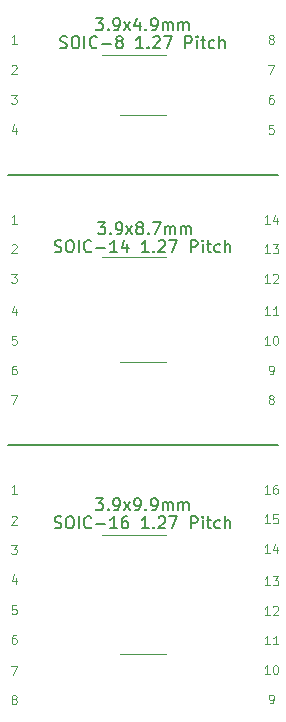
<source format=gbr>
%TF.GenerationSoftware,KiCad,Pcbnew,(6.0.5)*%
%TF.CreationDate,2022-06-25T15:42:17-04:00*%
%TF.ProjectId,Breakout_Converter,42726561-6b6f-4757-945f-436f6e766572,rev?*%
%TF.SameCoordinates,Original*%
%TF.FileFunction,Legend,Top*%
%TF.FilePolarity,Positive*%
%FSLAX46Y46*%
G04 Gerber Fmt 4.6, Leading zero omitted, Abs format (unit mm)*
G04 Created by KiCad (PCBNEW (6.0.5)) date 2022-06-25 15:42:17*
%MOMM*%
%LPD*%
G01*
G04 APERTURE LIST*
%ADD10C,0.150000*%
%ADD11C,0.125000*%
%ADD12C,0.120000*%
G04 APERTURE END LIST*
D10*
X130810000Y-62230000D02*
X153670000Y-62230000D01*
X130810000Y-85090000D02*
X153670000Y-85090000D01*
D11*
X152987142Y-91739285D02*
X152558571Y-91739285D01*
X152772857Y-91739285D02*
X152772857Y-90989285D01*
X152701428Y-91096428D01*
X152630000Y-91167857D01*
X152558571Y-91203571D01*
X153665714Y-90989285D02*
X153308571Y-90989285D01*
X153272857Y-91346428D01*
X153308571Y-91310714D01*
X153380000Y-91275000D01*
X153558571Y-91275000D01*
X153630000Y-91310714D01*
X153665714Y-91346428D01*
X153701428Y-91417857D01*
X153701428Y-91596428D01*
X153665714Y-91667857D01*
X153630000Y-91703571D01*
X153558571Y-91739285D01*
X153380000Y-91739285D01*
X153308571Y-91703571D01*
X153272857Y-91667857D01*
X152987142Y-66379285D02*
X152558571Y-66379285D01*
X152772857Y-66379285D02*
X152772857Y-65629285D01*
X152701428Y-65736428D01*
X152630000Y-65807857D01*
X152558571Y-65843571D01*
X153630000Y-65879285D02*
X153630000Y-66379285D01*
X153451428Y-65593571D02*
X153272857Y-66129285D01*
X153737142Y-66129285D01*
X152987142Y-76629285D02*
X152558571Y-76629285D01*
X152772857Y-76629285D02*
X152772857Y-75879285D01*
X152701428Y-75986428D01*
X152630000Y-76057857D01*
X152558571Y-76093571D01*
X153451428Y-75879285D02*
X153522857Y-75879285D01*
X153594285Y-75915000D01*
X153630000Y-75950714D01*
X153665714Y-76022142D01*
X153701428Y-76165000D01*
X153701428Y-76343571D01*
X153665714Y-76486428D01*
X153630000Y-76557857D01*
X153594285Y-76593571D01*
X153522857Y-76629285D01*
X153451428Y-76629285D01*
X153380000Y-76593571D01*
X153344285Y-76557857D01*
X153308571Y-76486428D01*
X153272857Y-76343571D01*
X153272857Y-76165000D01*
X153308571Y-76022142D01*
X153344285Y-75950714D01*
X153380000Y-75915000D01*
X153451428Y-75879285D01*
X131492857Y-58248773D02*
X131492857Y-58748773D01*
X131314285Y-57963059D02*
X131135714Y-58498773D01*
X131600000Y-58498773D01*
D10*
X138263809Y-89634380D02*
X138882857Y-89634380D01*
X138549523Y-90015333D01*
X138692380Y-90015333D01*
X138787619Y-90062952D01*
X138835238Y-90110571D01*
X138882857Y-90205809D01*
X138882857Y-90443904D01*
X138835238Y-90539142D01*
X138787619Y-90586761D01*
X138692380Y-90634380D01*
X138406666Y-90634380D01*
X138311428Y-90586761D01*
X138263809Y-90539142D01*
X139311428Y-90539142D02*
X139359047Y-90586761D01*
X139311428Y-90634380D01*
X139263809Y-90586761D01*
X139311428Y-90539142D01*
X139311428Y-90634380D01*
X139835238Y-90634380D02*
X140025714Y-90634380D01*
X140120952Y-90586761D01*
X140168571Y-90539142D01*
X140263809Y-90396285D01*
X140311428Y-90205809D01*
X140311428Y-89824857D01*
X140263809Y-89729619D01*
X140216190Y-89682000D01*
X140120952Y-89634380D01*
X139930476Y-89634380D01*
X139835238Y-89682000D01*
X139787619Y-89729619D01*
X139740000Y-89824857D01*
X139740000Y-90062952D01*
X139787619Y-90158190D01*
X139835238Y-90205809D01*
X139930476Y-90253428D01*
X140120952Y-90253428D01*
X140216190Y-90205809D01*
X140263809Y-90158190D01*
X140311428Y-90062952D01*
X140644761Y-90634380D02*
X141168571Y-89967714D01*
X140644761Y-89967714D02*
X141168571Y-90634380D01*
X141597142Y-90634380D02*
X141787619Y-90634380D01*
X141882857Y-90586761D01*
X141930476Y-90539142D01*
X142025714Y-90396285D01*
X142073333Y-90205809D01*
X142073333Y-89824857D01*
X142025714Y-89729619D01*
X141978095Y-89682000D01*
X141882857Y-89634380D01*
X141692380Y-89634380D01*
X141597142Y-89682000D01*
X141549523Y-89729619D01*
X141501904Y-89824857D01*
X141501904Y-90062952D01*
X141549523Y-90158190D01*
X141597142Y-90205809D01*
X141692380Y-90253428D01*
X141882857Y-90253428D01*
X141978095Y-90205809D01*
X142025714Y-90158190D01*
X142073333Y-90062952D01*
X142501904Y-90539142D02*
X142549523Y-90586761D01*
X142501904Y-90634380D01*
X142454285Y-90586761D01*
X142501904Y-90539142D01*
X142501904Y-90634380D01*
X143025714Y-90634380D02*
X143216190Y-90634380D01*
X143311428Y-90586761D01*
X143359047Y-90539142D01*
X143454285Y-90396285D01*
X143501904Y-90205809D01*
X143501904Y-89824857D01*
X143454285Y-89729619D01*
X143406666Y-89682000D01*
X143311428Y-89634380D01*
X143120952Y-89634380D01*
X143025714Y-89682000D01*
X142978095Y-89729619D01*
X142930476Y-89824857D01*
X142930476Y-90062952D01*
X142978095Y-90158190D01*
X143025714Y-90205809D01*
X143120952Y-90253428D01*
X143311428Y-90253428D01*
X143406666Y-90205809D01*
X143454285Y-90158190D01*
X143501904Y-90062952D01*
X143930476Y-90634380D02*
X143930476Y-89967714D01*
X143930476Y-90062952D02*
X143978095Y-90015333D01*
X144073333Y-89967714D01*
X144216190Y-89967714D01*
X144311428Y-90015333D01*
X144359047Y-90110571D01*
X144359047Y-90634380D01*
X144359047Y-90110571D02*
X144406666Y-90015333D01*
X144501904Y-89967714D01*
X144644761Y-89967714D01*
X144740000Y-90015333D01*
X144787619Y-90110571D01*
X144787619Y-90634380D01*
X145263809Y-90634380D02*
X145263809Y-89967714D01*
X145263809Y-90062952D02*
X145311428Y-90015333D01*
X145406666Y-89967714D01*
X145549523Y-89967714D01*
X145644761Y-90015333D01*
X145692380Y-90110571D01*
X145692380Y-90634380D01*
X145692380Y-90110571D02*
X145740000Y-90015333D01*
X145835238Y-89967714D01*
X145978095Y-89967714D01*
X146073333Y-90015333D01*
X146120952Y-90110571D01*
X146120952Y-90634380D01*
D11*
X152987142Y-96989285D02*
X152558571Y-96989285D01*
X152772857Y-96989285D02*
X152772857Y-96239285D01*
X152701428Y-96346428D01*
X152630000Y-96417857D01*
X152558571Y-96453571D01*
X153237142Y-96239285D02*
X153701428Y-96239285D01*
X153451428Y-96525000D01*
X153558571Y-96525000D01*
X153630000Y-96560714D01*
X153665714Y-96596428D01*
X153701428Y-96667857D01*
X153701428Y-96846428D01*
X153665714Y-96917857D01*
X153630000Y-96953571D01*
X153558571Y-96989285D01*
X153344285Y-96989285D01*
X153272857Y-96953571D01*
X153237142Y-96917857D01*
X131528571Y-98689285D02*
X131171428Y-98689285D01*
X131135714Y-99046428D01*
X131171428Y-99010714D01*
X131242857Y-98975000D01*
X131421428Y-98975000D01*
X131492857Y-99010714D01*
X131528571Y-99046428D01*
X131564285Y-99117857D01*
X131564285Y-99296428D01*
X131528571Y-99367857D01*
X131492857Y-99403571D01*
X131421428Y-99439285D01*
X131242857Y-99439285D01*
X131171428Y-99403571D01*
X131135714Y-99367857D01*
X131100000Y-103789285D02*
X131600000Y-103789285D01*
X131278571Y-104539285D01*
D10*
X138263809Y-48982380D02*
X138882857Y-48982380D01*
X138549523Y-49363333D01*
X138692380Y-49363333D01*
X138787619Y-49410952D01*
X138835238Y-49458571D01*
X138882857Y-49553809D01*
X138882857Y-49791904D01*
X138835238Y-49887142D01*
X138787619Y-49934761D01*
X138692380Y-49982380D01*
X138406666Y-49982380D01*
X138311428Y-49934761D01*
X138263809Y-49887142D01*
X139311428Y-49887142D02*
X139359047Y-49934761D01*
X139311428Y-49982380D01*
X139263809Y-49934761D01*
X139311428Y-49887142D01*
X139311428Y-49982380D01*
X139835238Y-49982380D02*
X140025714Y-49982380D01*
X140120952Y-49934761D01*
X140168571Y-49887142D01*
X140263809Y-49744285D01*
X140311428Y-49553809D01*
X140311428Y-49172857D01*
X140263809Y-49077619D01*
X140216190Y-49030000D01*
X140120952Y-48982380D01*
X139930476Y-48982380D01*
X139835238Y-49030000D01*
X139787619Y-49077619D01*
X139740000Y-49172857D01*
X139740000Y-49410952D01*
X139787619Y-49506190D01*
X139835238Y-49553809D01*
X139930476Y-49601428D01*
X140120952Y-49601428D01*
X140216190Y-49553809D01*
X140263809Y-49506190D01*
X140311428Y-49410952D01*
X140644761Y-49982380D02*
X141168571Y-49315714D01*
X140644761Y-49315714D02*
X141168571Y-49982380D01*
X141978095Y-49315714D02*
X141978095Y-49982380D01*
X141740000Y-48934761D02*
X141501904Y-49649047D01*
X142120952Y-49649047D01*
X142501904Y-49887142D02*
X142549523Y-49934761D01*
X142501904Y-49982380D01*
X142454285Y-49934761D01*
X142501904Y-49887142D01*
X142501904Y-49982380D01*
X143025714Y-49982380D02*
X143216190Y-49982380D01*
X143311428Y-49934761D01*
X143359047Y-49887142D01*
X143454285Y-49744285D01*
X143501904Y-49553809D01*
X143501904Y-49172857D01*
X143454285Y-49077619D01*
X143406666Y-49030000D01*
X143311428Y-48982380D01*
X143120952Y-48982380D01*
X143025714Y-49030000D01*
X142978095Y-49077619D01*
X142930476Y-49172857D01*
X142930476Y-49410952D01*
X142978095Y-49506190D01*
X143025714Y-49553809D01*
X143120952Y-49601428D01*
X143311428Y-49601428D01*
X143406666Y-49553809D01*
X143454285Y-49506190D01*
X143501904Y-49410952D01*
X143930476Y-49982380D02*
X143930476Y-49315714D01*
X143930476Y-49410952D02*
X143978095Y-49363333D01*
X144073333Y-49315714D01*
X144216190Y-49315714D01*
X144311428Y-49363333D01*
X144359047Y-49458571D01*
X144359047Y-49982380D01*
X144359047Y-49458571D02*
X144406666Y-49363333D01*
X144501904Y-49315714D01*
X144644761Y-49315714D01*
X144740000Y-49363333D01*
X144787619Y-49458571D01*
X144787619Y-49982380D01*
X145263809Y-49982380D02*
X145263809Y-49315714D01*
X145263809Y-49410952D02*
X145311428Y-49363333D01*
X145406666Y-49315714D01*
X145549523Y-49315714D01*
X145644761Y-49363333D01*
X145692380Y-49458571D01*
X145692380Y-49982380D01*
X145692380Y-49458571D02*
X145740000Y-49363333D01*
X145835238Y-49315714D01*
X145978095Y-49315714D01*
X146073333Y-49363333D01*
X146120952Y-49458571D01*
X146120952Y-49982380D01*
D11*
X131135714Y-91160714D02*
X131171428Y-91125000D01*
X131242857Y-91089285D01*
X131421428Y-91089285D01*
X131492857Y-91125000D01*
X131528571Y-91160714D01*
X131564285Y-91232142D01*
X131564285Y-91303571D01*
X131528571Y-91410714D01*
X131100000Y-91839285D01*
X131564285Y-91839285D01*
X131492857Y-78379285D02*
X131350000Y-78379285D01*
X131278571Y-78415000D01*
X131242857Y-78450714D01*
X131171428Y-78557857D01*
X131135714Y-78700714D01*
X131135714Y-78986428D01*
X131171428Y-79057857D01*
X131207142Y-79093571D01*
X131278571Y-79129285D01*
X131421428Y-79129285D01*
X131492857Y-79093571D01*
X131528571Y-79057857D01*
X131564285Y-78986428D01*
X131564285Y-78807857D01*
X131528571Y-78736428D01*
X131492857Y-78700714D01*
X131421428Y-78665000D01*
X131278571Y-78665000D01*
X131207142Y-78700714D01*
X131171428Y-78736428D01*
X131135714Y-78807857D01*
X131278571Y-106610714D02*
X131207142Y-106575000D01*
X131171428Y-106539285D01*
X131135714Y-106467857D01*
X131135714Y-106432142D01*
X131171428Y-106360714D01*
X131207142Y-106325000D01*
X131278571Y-106289285D01*
X131421428Y-106289285D01*
X131492857Y-106325000D01*
X131528571Y-106360714D01*
X131564285Y-106432142D01*
X131564285Y-106467857D01*
X131528571Y-106539285D01*
X131492857Y-106575000D01*
X131421428Y-106610714D01*
X131278571Y-106610714D01*
X131207142Y-106646428D01*
X131171428Y-106682142D01*
X131135714Y-106753571D01*
X131135714Y-106896428D01*
X131171428Y-106967857D01*
X131207142Y-107003571D01*
X131278571Y-107039285D01*
X131421428Y-107039285D01*
X131492857Y-107003571D01*
X131528571Y-106967857D01*
X131564285Y-106896428D01*
X131564285Y-106753571D01*
X131528571Y-106682142D01*
X131492857Y-106646428D01*
X131421428Y-106610714D01*
X131564285Y-66379285D02*
X131135714Y-66379285D01*
X131350000Y-66379285D02*
X131350000Y-65629285D01*
X131278571Y-65736428D01*
X131207142Y-65807857D01*
X131135714Y-65843571D01*
X131564285Y-89239285D02*
X131135714Y-89239285D01*
X131350000Y-89239285D02*
X131350000Y-88489285D01*
X131278571Y-88596428D01*
X131207142Y-88667857D01*
X131135714Y-88703571D01*
X131528571Y-75879285D02*
X131171428Y-75879285D01*
X131135714Y-76236428D01*
X131171428Y-76200714D01*
X131242857Y-76165000D01*
X131421428Y-76165000D01*
X131492857Y-76200714D01*
X131528571Y-76236428D01*
X131564285Y-76307857D01*
X131564285Y-76486428D01*
X131528571Y-76557857D01*
X131492857Y-76593571D01*
X131421428Y-76629285D01*
X131242857Y-76629285D01*
X131171428Y-76593571D01*
X131135714Y-76557857D01*
X152880000Y-52938925D02*
X153380000Y-52938925D01*
X153058571Y-53688925D01*
X131135714Y-52990202D02*
X131171428Y-52954488D01*
X131242857Y-52918773D01*
X131421428Y-52918773D01*
X131492857Y-52954488D01*
X131528571Y-52990202D01*
X131564285Y-53061630D01*
X131564285Y-53133059D01*
X131528571Y-53240202D01*
X131100000Y-53668773D01*
X131564285Y-53668773D01*
X153058571Y-50720354D02*
X152987142Y-50684640D01*
X152951428Y-50648925D01*
X152915714Y-50577497D01*
X152915714Y-50541782D01*
X152951428Y-50470354D01*
X152987142Y-50434640D01*
X153058571Y-50398925D01*
X153201428Y-50398925D01*
X153272857Y-50434640D01*
X153308571Y-50470354D01*
X153344285Y-50541782D01*
X153344285Y-50577497D01*
X153308571Y-50648925D01*
X153272857Y-50684640D01*
X153201428Y-50720354D01*
X153058571Y-50720354D01*
X152987142Y-50756068D01*
X152951428Y-50791782D01*
X152915714Y-50863211D01*
X152915714Y-51006068D01*
X152951428Y-51077497D01*
X152987142Y-51113211D01*
X153058571Y-51148925D01*
X153201428Y-51148925D01*
X153272857Y-51113211D01*
X153308571Y-51077497D01*
X153344285Y-51006068D01*
X153344285Y-50863211D01*
X153308571Y-50791782D01*
X153272857Y-50756068D01*
X153201428Y-50720354D01*
X131100000Y-55458773D02*
X131564285Y-55458773D01*
X131314285Y-55744488D01*
X131421428Y-55744488D01*
X131492857Y-55780202D01*
X131528571Y-55815916D01*
X131564285Y-55887345D01*
X131564285Y-56065916D01*
X131528571Y-56137345D01*
X131492857Y-56173059D01*
X131421428Y-56208773D01*
X131207142Y-56208773D01*
X131135714Y-56173059D01*
X131100000Y-56137345D01*
D10*
X135263809Y-51458761D02*
X135406666Y-51506380D01*
X135644761Y-51506380D01*
X135740000Y-51458761D01*
X135787619Y-51411142D01*
X135835238Y-51315904D01*
X135835238Y-51220666D01*
X135787619Y-51125428D01*
X135740000Y-51077809D01*
X135644761Y-51030190D01*
X135454285Y-50982571D01*
X135359047Y-50934952D01*
X135311428Y-50887333D01*
X135263809Y-50792095D01*
X135263809Y-50696857D01*
X135311428Y-50601619D01*
X135359047Y-50554000D01*
X135454285Y-50506380D01*
X135692380Y-50506380D01*
X135835238Y-50554000D01*
X136454285Y-50506380D02*
X136644761Y-50506380D01*
X136740000Y-50554000D01*
X136835238Y-50649238D01*
X136882857Y-50839714D01*
X136882857Y-51173047D01*
X136835238Y-51363523D01*
X136740000Y-51458761D01*
X136644761Y-51506380D01*
X136454285Y-51506380D01*
X136359047Y-51458761D01*
X136263809Y-51363523D01*
X136216190Y-51173047D01*
X136216190Y-50839714D01*
X136263809Y-50649238D01*
X136359047Y-50554000D01*
X136454285Y-50506380D01*
X137311428Y-51506380D02*
X137311428Y-50506380D01*
X138359047Y-51411142D02*
X138311428Y-51458761D01*
X138168571Y-51506380D01*
X138073333Y-51506380D01*
X137930476Y-51458761D01*
X137835238Y-51363523D01*
X137787619Y-51268285D01*
X137740000Y-51077809D01*
X137740000Y-50934952D01*
X137787619Y-50744476D01*
X137835238Y-50649238D01*
X137930476Y-50554000D01*
X138073333Y-50506380D01*
X138168571Y-50506380D01*
X138311428Y-50554000D01*
X138359047Y-50601619D01*
X138787619Y-51125428D02*
X139549523Y-51125428D01*
X140168571Y-50934952D02*
X140073333Y-50887333D01*
X140025714Y-50839714D01*
X139978095Y-50744476D01*
X139978095Y-50696857D01*
X140025714Y-50601619D01*
X140073333Y-50554000D01*
X140168571Y-50506380D01*
X140359047Y-50506380D01*
X140454285Y-50554000D01*
X140501904Y-50601619D01*
X140549523Y-50696857D01*
X140549523Y-50744476D01*
X140501904Y-50839714D01*
X140454285Y-50887333D01*
X140359047Y-50934952D01*
X140168571Y-50934952D01*
X140073333Y-50982571D01*
X140025714Y-51030190D01*
X139978095Y-51125428D01*
X139978095Y-51315904D01*
X140025714Y-51411142D01*
X140073333Y-51458761D01*
X140168571Y-51506380D01*
X140359047Y-51506380D01*
X140454285Y-51458761D01*
X140501904Y-51411142D01*
X140549523Y-51315904D01*
X140549523Y-51125428D01*
X140501904Y-51030190D01*
X140454285Y-50982571D01*
X140359047Y-50934952D01*
X142263809Y-51506380D02*
X141692380Y-51506380D01*
X141978095Y-51506380D02*
X141978095Y-50506380D01*
X141882857Y-50649238D01*
X141787619Y-50744476D01*
X141692380Y-50792095D01*
X142692380Y-51411142D02*
X142740000Y-51458761D01*
X142692380Y-51506380D01*
X142644761Y-51458761D01*
X142692380Y-51411142D01*
X142692380Y-51506380D01*
X143120952Y-50601619D02*
X143168571Y-50554000D01*
X143263809Y-50506380D01*
X143501904Y-50506380D01*
X143597142Y-50554000D01*
X143644761Y-50601619D01*
X143692380Y-50696857D01*
X143692380Y-50792095D01*
X143644761Y-50934952D01*
X143073333Y-51506380D01*
X143692380Y-51506380D01*
X144025714Y-50506380D02*
X144692380Y-50506380D01*
X144263809Y-51506380D01*
X145835238Y-51506380D02*
X145835238Y-50506380D01*
X146216190Y-50506380D01*
X146311428Y-50554000D01*
X146359047Y-50601619D01*
X146406666Y-50696857D01*
X146406666Y-50839714D01*
X146359047Y-50934952D01*
X146311428Y-50982571D01*
X146216190Y-51030190D01*
X145835238Y-51030190D01*
X146835238Y-51506380D02*
X146835238Y-50839714D01*
X146835238Y-50506380D02*
X146787619Y-50554000D01*
X146835238Y-50601619D01*
X146882857Y-50554000D01*
X146835238Y-50506380D01*
X146835238Y-50601619D01*
X147168571Y-50839714D02*
X147549523Y-50839714D01*
X147311428Y-50506380D02*
X147311428Y-51363523D01*
X147359047Y-51458761D01*
X147454285Y-51506380D01*
X147549523Y-51506380D01*
X148311428Y-51458761D02*
X148216190Y-51506380D01*
X148025714Y-51506380D01*
X147930476Y-51458761D01*
X147882857Y-51411142D01*
X147835238Y-51315904D01*
X147835238Y-51030190D01*
X147882857Y-50934952D01*
X147930476Y-50887333D01*
X148025714Y-50839714D01*
X148216190Y-50839714D01*
X148311428Y-50887333D01*
X148740000Y-51506380D02*
X148740000Y-50506380D01*
X149168571Y-51506380D02*
X149168571Y-50982571D01*
X149120952Y-50887333D01*
X149025714Y-50839714D01*
X148882857Y-50839714D01*
X148787619Y-50887333D01*
X148740000Y-50934952D01*
X134787619Y-68730761D02*
X134930476Y-68778380D01*
X135168571Y-68778380D01*
X135263809Y-68730761D01*
X135311428Y-68683142D01*
X135359047Y-68587904D01*
X135359047Y-68492666D01*
X135311428Y-68397428D01*
X135263809Y-68349809D01*
X135168571Y-68302190D01*
X134978095Y-68254571D01*
X134882857Y-68206952D01*
X134835238Y-68159333D01*
X134787619Y-68064095D01*
X134787619Y-67968857D01*
X134835238Y-67873619D01*
X134882857Y-67826000D01*
X134978095Y-67778380D01*
X135216190Y-67778380D01*
X135359047Y-67826000D01*
X135978095Y-67778380D02*
X136168571Y-67778380D01*
X136263809Y-67826000D01*
X136359047Y-67921238D01*
X136406666Y-68111714D01*
X136406666Y-68445047D01*
X136359047Y-68635523D01*
X136263809Y-68730761D01*
X136168571Y-68778380D01*
X135978095Y-68778380D01*
X135882857Y-68730761D01*
X135787619Y-68635523D01*
X135740000Y-68445047D01*
X135740000Y-68111714D01*
X135787619Y-67921238D01*
X135882857Y-67826000D01*
X135978095Y-67778380D01*
X136835238Y-68778380D02*
X136835238Y-67778380D01*
X137882857Y-68683142D02*
X137835238Y-68730761D01*
X137692380Y-68778380D01*
X137597142Y-68778380D01*
X137454285Y-68730761D01*
X137359047Y-68635523D01*
X137311428Y-68540285D01*
X137263809Y-68349809D01*
X137263809Y-68206952D01*
X137311428Y-68016476D01*
X137359047Y-67921238D01*
X137454285Y-67826000D01*
X137597142Y-67778380D01*
X137692380Y-67778380D01*
X137835238Y-67826000D01*
X137882857Y-67873619D01*
X138311428Y-68397428D02*
X139073333Y-68397428D01*
X140073333Y-68778380D02*
X139501904Y-68778380D01*
X139787619Y-68778380D02*
X139787619Y-67778380D01*
X139692380Y-67921238D01*
X139597142Y-68016476D01*
X139501904Y-68064095D01*
X140930476Y-68111714D02*
X140930476Y-68778380D01*
X140692380Y-67730761D02*
X140454285Y-68445047D01*
X141073333Y-68445047D01*
X142740000Y-68778380D02*
X142168571Y-68778380D01*
X142454285Y-68778380D02*
X142454285Y-67778380D01*
X142359047Y-67921238D01*
X142263809Y-68016476D01*
X142168571Y-68064095D01*
X143168571Y-68683142D02*
X143216190Y-68730761D01*
X143168571Y-68778380D01*
X143120952Y-68730761D01*
X143168571Y-68683142D01*
X143168571Y-68778380D01*
X143597142Y-67873619D02*
X143644761Y-67826000D01*
X143740000Y-67778380D01*
X143978095Y-67778380D01*
X144073333Y-67826000D01*
X144120952Y-67873619D01*
X144168571Y-67968857D01*
X144168571Y-68064095D01*
X144120952Y-68206952D01*
X143549523Y-68778380D01*
X144168571Y-68778380D01*
X144501904Y-67778380D02*
X145168571Y-67778380D01*
X144740000Y-68778380D01*
X146311428Y-68778380D02*
X146311428Y-67778380D01*
X146692380Y-67778380D01*
X146787619Y-67826000D01*
X146835238Y-67873619D01*
X146882857Y-67968857D01*
X146882857Y-68111714D01*
X146835238Y-68206952D01*
X146787619Y-68254571D01*
X146692380Y-68302190D01*
X146311428Y-68302190D01*
X147311428Y-68778380D02*
X147311428Y-68111714D01*
X147311428Y-67778380D02*
X147263809Y-67826000D01*
X147311428Y-67873619D01*
X147359047Y-67826000D01*
X147311428Y-67778380D01*
X147311428Y-67873619D01*
X147644761Y-68111714D02*
X148025714Y-68111714D01*
X147787619Y-67778380D02*
X147787619Y-68635523D01*
X147835238Y-68730761D01*
X147930476Y-68778380D01*
X148025714Y-68778380D01*
X148787619Y-68730761D02*
X148692380Y-68778380D01*
X148501904Y-68778380D01*
X148406666Y-68730761D01*
X148359047Y-68683142D01*
X148311428Y-68587904D01*
X148311428Y-68302190D01*
X148359047Y-68206952D01*
X148406666Y-68159333D01*
X148501904Y-68111714D01*
X148692380Y-68111714D01*
X148787619Y-68159333D01*
X149216190Y-68778380D02*
X149216190Y-67778380D01*
X149644761Y-68778380D02*
X149644761Y-68254571D01*
X149597142Y-68159333D01*
X149501904Y-68111714D01*
X149359047Y-68111714D01*
X149263809Y-68159333D01*
X149216190Y-68206952D01*
D11*
X152987142Y-79129285D02*
X153130000Y-79129285D01*
X153201428Y-79093571D01*
X153237142Y-79057857D01*
X153308571Y-78950714D01*
X153344285Y-78807857D01*
X153344285Y-78522142D01*
X153308571Y-78450714D01*
X153272857Y-78415000D01*
X153201428Y-78379285D01*
X153058571Y-78379285D01*
X152987142Y-78415000D01*
X152951428Y-78450714D01*
X152915714Y-78522142D01*
X152915714Y-78700714D01*
X152951428Y-78772142D01*
X152987142Y-78807857D01*
X153058571Y-78843571D01*
X153201428Y-78843571D01*
X153272857Y-78807857D01*
X153308571Y-78772142D01*
X153344285Y-78700714D01*
X152987142Y-89239285D02*
X152558571Y-89239285D01*
X152772857Y-89239285D02*
X152772857Y-88489285D01*
X152701428Y-88596428D01*
X152630000Y-88667857D01*
X152558571Y-88703571D01*
X153630000Y-88489285D02*
X153487142Y-88489285D01*
X153415714Y-88525000D01*
X153380000Y-88560714D01*
X153308571Y-88667857D01*
X153272857Y-88810714D01*
X153272857Y-89096428D01*
X153308571Y-89167857D01*
X153344285Y-89203571D01*
X153415714Y-89239285D01*
X153558571Y-89239285D01*
X153630000Y-89203571D01*
X153665714Y-89167857D01*
X153701428Y-89096428D01*
X153701428Y-88917857D01*
X153665714Y-88846428D01*
X153630000Y-88810714D01*
X153558571Y-88775000D01*
X153415714Y-88775000D01*
X153344285Y-88810714D01*
X153308571Y-88846428D01*
X153272857Y-88917857D01*
X131100000Y-80879285D02*
X131600000Y-80879285D01*
X131278571Y-81629285D01*
X152987142Y-74129285D02*
X152558571Y-74129285D01*
X152772857Y-74129285D02*
X152772857Y-73379285D01*
X152701428Y-73486428D01*
X152630000Y-73557857D01*
X152558571Y-73593571D01*
X153701428Y-74129285D02*
X153272857Y-74129285D01*
X153487142Y-74129285D02*
X153487142Y-73379285D01*
X153415714Y-73486428D01*
X153344285Y-73557857D01*
X153272857Y-73593571D01*
X152987142Y-71379285D02*
X152558571Y-71379285D01*
X152772857Y-71379285D02*
X152772857Y-70629285D01*
X152701428Y-70736428D01*
X152630000Y-70807857D01*
X152558571Y-70843571D01*
X153272857Y-70700714D02*
X153308571Y-70665000D01*
X153380000Y-70629285D01*
X153558571Y-70629285D01*
X153630000Y-70665000D01*
X153665714Y-70700714D01*
X153701428Y-70772142D01*
X153701428Y-70843571D01*
X153665714Y-70950714D01*
X153237142Y-71379285D01*
X153701428Y-71379285D01*
X152987142Y-104489285D02*
X152558571Y-104489285D01*
X152772857Y-104489285D02*
X152772857Y-103739285D01*
X152701428Y-103846428D01*
X152630000Y-103917857D01*
X152558571Y-103953571D01*
X153451428Y-103739285D02*
X153522857Y-103739285D01*
X153594285Y-103775000D01*
X153630000Y-103810714D01*
X153665714Y-103882142D01*
X153701428Y-104025000D01*
X153701428Y-104203571D01*
X153665714Y-104346428D01*
X153630000Y-104417857D01*
X153594285Y-104453571D01*
X153522857Y-104489285D01*
X153451428Y-104489285D01*
X153380000Y-104453571D01*
X153344285Y-104417857D01*
X153308571Y-104346428D01*
X153272857Y-104203571D01*
X153272857Y-104025000D01*
X153308571Y-103882142D01*
X153344285Y-103810714D01*
X153380000Y-103775000D01*
X153451428Y-103739285D01*
D10*
X134787619Y-92110761D02*
X134930476Y-92158380D01*
X135168571Y-92158380D01*
X135263809Y-92110761D01*
X135311428Y-92063142D01*
X135359047Y-91967904D01*
X135359047Y-91872666D01*
X135311428Y-91777428D01*
X135263809Y-91729809D01*
X135168571Y-91682190D01*
X134978095Y-91634571D01*
X134882857Y-91586952D01*
X134835238Y-91539333D01*
X134787619Y-91444095D01*
X134787619Y-91348857D01*
X134835238Y-91253619D01*
X134882857Y-91206000D01*
X134978095Y-91158380D01*
X135216190Y-91158380D01*
X135359047Y-91206000D01*
X135978095Y-91158380D02*
X136168571Y-91158380D01*
X136263809Y-91206000D01*
X136359047Y-91301238D01*
X136406666Y-91491714D01*
X136406666Y-91825047D01*
X136359047Y-92015523D01*
X136263809Y-92110761D01*
X136168571Y-92158380D01*
X135978095Y-92158380D01*
X135882857Y-92110761D01*
X135787619Y-92015523D01*
X135740000Y-91825047D01*
X135740000Y-91491714D01*
X135787619Y-91301238D01*
X135882857Y-91206000D01*
X135978095Y-91158380D01*
X136835238Y-92158380D02*
X136835238Y-91158380D01*
X137882857Y-92063142D02*
X137835238Y-92110761D01*
X137692380Y-92158380D01*
X137597142Y-92158380D01*
X137454285Y-92110761D01*
X137359047Y-92015523D01*
X137311428Y-91920285D01*
X137263809Y-91729809D01*
X137263809Y-91586952D01*
X137311428Y-91396476D01*
X137359047Y-91301238D01*
X137454285Y-91206000D01*
X137597142Y-91158380D01*
X137692380Y-91158380D01*
X137835238Y-91206000D01*
X137882857Y-91253619D01*
X138311428Y-91777428D02*
X139073333Y-91777428D01*
X140073333Y-92158380D02*
X139501904Y-92158380D01*
X139787619Y-92158380D02*
X139787619Y-91158380D01*
X139692380Y-91301238D01*
X139597142Y-91396476D01*
X139501904Y-91444095D01*
X140930476Y-91158380D02*
X140740000Y-91158380D01*
X140644761Y-91206000D01*
X140597142Y-91253619D01*
X140501904Y-91396476D01*
X140454285Y-91586952D01*
X140454285Y-91967904D01*
X140501904Y-92063142D01*
X140549523Y-92110761D01*
X140644761Y-92158380D01*
X140835238Y-92158380D01*
X140930476Y-92110761D01*
X140978095Y-92063142D01*
X141025714Y-91967904D01*
X141025714Y-91729809D01*
X140978095Y-91634571D01*
X140930476Y-91586952D01*
X140835238Y-91539333D01*
X140644761Y-91539333D01*
X140549523Y-91586952D01*
X140501904Y-91634571D01*
X140454285Y-91729809D01*
X142740000Y-92158380D02*
X142168571Y-92158380D01*
X142454285Y-92158380D02*
X142454285Y-91158380D01*
X142359047Y-91301238D01*
X142263809Y-91396476D01*
X142168571Y-91444095D01*
X143168571Y-92063142D02*
X143216190Y-92110761D01*
X143168571Y-92158380D01*
X143120952Y-92110761D01*
X143168571Y-92063142D01*
X143168571Y-92158380D01*
X143597142Y-91253619D02*
X143644761Y-91206000D01*
X143740000Y-91158380D01*
X143978095Y-91158380D01*
X144073333Y-91206000D01*
X144120952Y-91253619D01*
X144168571Y-91348857D01*
X144168571Y-91444095D01*
X144120952Y-91586952D01*
X143549523Y-92158380D01*
X144168571Y-92158380D01*
X144501904Y-91158380D02*
X145168571Y-91158380D01*
X144740000Y-92158380D01*
X146311428Y-92158380D02*
X146311428Y-91158380D01*
X146692380Y-91158380D01*
X146787619Y-91206000D01*
X146835238Y-91253619D01*
X146882857Y-91348857D01*
X146882857Y-91491714D01*
X146835238Y-91586952D01*
X146787619Y-91634571D01*
X146692380Y-91682190D01*
X146311428Y-91682190D01*
X147311428Y-92158380D02*
X147311428Y-91491714D01*
X147311428Y-91158380D02*
X147263809Y-91206000D01*
X147311428Y-91253619D01*
X147359047Y-91206000D01*
X147311428Y-91158380D01*
X147311428Y-91253619D01*
X147644761Y-91491714D02*
X148025714Y-91491714D01*
X147787619Y-91158380D02*
X147787619Y-92015523D01*
X147835238Y-92110761D01*
X147930476Y-92158380D01*
X148025714Y-92158380D01*
X148787619Y-92110761D02*
X148692380Y-92158380D01*
X148501904Y-92158380D01*
X148406666Y-92110761D01*
X148359047Y-92063142D01*
X148311428Y-91967904D01*
X148311428Y-91682190D01*
X148359047Y-91586952D01*
X148406666Y-91539333D01*
X148501904Y-91491714D01*
X148692380Y-91491714D01*
X148787619Y-91539333D01*
X149216190Y-92158380D02*
X149216190Y-91158380D01*
X149644761Y-92158380D02*
X149644761Y-91634571D01*
X149597142Y-91539333D01*
X149501904Y-91491714D01*
X149359047Y-91491714D01*
X149263809Y-91539333D01*
X149216190Y-91586952D01*
D11*
X131492857Y-101189285D02*
X131350000Y-101189285D01*
X131278571Y-101225000D01*
X131242857Y-101260714D01*
X131171428Y-101367857D01*
X131135714Y-101510714D01*
X131135714Y-101796428D01*
X131171428Y-101867857D01*
X131207142Y-101903571D01*
X131278571Y-101939285D01*
X131421428Y-101939285D01*
X131492857Y-101903571D01*
X131528571Y-101867857D01*
X131564285Y-101796428D01*
X131564285Y-101617857D01*
X131528571Y-101546428D01*
X131492857Y-101510714D01*
X131421428Y-101475000D01*
X131278571Y-101475000D01*
X131207142Y-101510714D01*
X131171428Y-101546428D01*
X131135714Y-101617857D01*
X153272857Y-55478925D02*
X153130000Y-55478925D01*
X153058571Y-55514640D01*
X153022857Y-55550354D01*
X152951428Y-55657497D01*
X152915714Y-55800354D01*
X152915714Y-56086068D01*
X152951428Y-56157497D01*
X152987142Y-56193211D01*
X153058571Y-56228925D01*
X153201428Y-56228925D01*
X153272857Y-56193211D01*
X153308571Y-56157497D01*
X153344285Y-56086068D01*
X153344285Y-55907497D01*
X153308571Y-55836068D01*
X153272857Y-55800354D01*
X153201428Y-55764640D01*
X153058571Y-55764640D01*
X152987142Y-55800354D01*
X152951428Y-55836068D01*
X152915714Y-55907497D01*
X152987142Y-68879285D02*
X152558571Y-68879285D01*
X152772857Y-68879285D02*
X152772857Y-68129285D01*
X152701428Y-68236428D01*
X152630000Y-68307857D01*
X152558571Y-68343571D01*
X153237142Y-68129285D02*
X153701428Y-68129285D01*
X153451428Y-68415000D01*
X153558571Y-68415000D01*
X153630000Y-68450714D01*
X153665714Y-68486428D01*
X153701428Y-68557857D01*
X153701428Y-68736428D01*
X153665714Y-68807857D01*
X153630000Y-68843571D01*
X153558571Y-68879285D01*
X153344285Y-68879285D01*
X153272857Y-68843571D01*
X153237142Y-68807857D01*
X131100000Y-70629285D02*
X131564285Y-70629285D01*
X131314285Y-70915000D01*
X131421428Y-70915000D01*
X131492857Y-70950714D01*
X131528571Y-70986428D01*
X131564285Y-71057857D01*
X131564285Y-71236428D01*
X131528571Y-71307857D01*
X131492857Y-71343571D01*
X131421428Y-71379285D01*
X131207142Y-71379285D01*
X131135714Y-71343571D01*
X131100000Y-71307857D01*
X153058571Y-81200714D02*
X152987142Y-81165000D01*
X152951428Y-81129285D01*
X152915714Y-81057857D01*
X152915714Y-81022142D01*
X152951428Y-80950714D01*
X152987142Y-80915000D01*
X153058571Y-80879285D01*
X153201428Y-80879285D01*
X153272857Y-80915000D01*
X153308571Y-80950714D01*
X153344285Y-81022142D01*
X153344285Y-81057857D01*
X153308571Y-81129285D01*
X153272857Y-81165000D01*
X153201428Y-81200714D01*
X153058571Y-81200714D01*
X152987142Y-81236428D01*
X152951428Y-81272142D01*
X152915714Y-81343571D01*
X152915714Y-81486428D01*
X152951428Y-81557857D01*
X152987142Y-81593571D01*
X153058571Y-81629285D01*
X153201428Y-81629285D01*
X153272857Y-81593571D01*
X153308571Y-81557857D01*
X153344285Y-81486428D01*
X153344285Y-81343571D01*
X153308571Y-81272142D01*
X153272857Y-81236428D01*
X153201428Y-81200714D01*
X131100000Y-93589285D02*
X131564285Y-93589285D01*
X131314285Y-93875000D01*
X131421428Y-93875000D01*
X131492857Y-93910714D01*
X131528571Y-93946428D01*
X131564285Y-94017857D01*
X131564285Y-94196428D01*
X131528571Y-94267857D01*
X131492857Y-94303571D01*
X131421428Y-94339285D01*
X131207142Y-94339285D01*
X131135714Y-94303571D01*
X131100000Y-94267857D01*
X152987142Y-94239285D02*
X152558571Y-94239285D01*
X152772857Y-94239285D02*
X152772857Y-93489285D01*
X152701428Y-93596428D01*
X152630000Y-93667857D01*
X152558571Y-93703571D01*
X153630000Y-93739285D02*
X153630000Y-94239285D01*
X153451428Y-93453571D02*
X153272857Y-93989285D01*
X153737142Y-93989285D01*
X131492857Y-96339285D02*
X131492857Y-96839285D01*
X131314285Y-96053571D02*
X131135714Y-96589285D01*
X131600000Y-96589285D01*
D10*
X138463809Y-66254380D02*
X139082857Y-66254380D01*
X138749523Y-66635333D01*
X138892380Y-66635333D01*
X138987619Y-66682952D01*
X139035238Y-66730571D01*
X139082857Y-66825809D01*
X139082857Y-67063904D01*
X139035238Y-67159142D01*
X138987619Y-67206761D01*
X138892380Y-67254380D01*
X138606666Y-67254380D01*
X138511428Y-67206761D01*
X138463809Y-67159142D01*
X139511428Y-67159142D02*
X139559047Y-67206761D01*
X139511428Y-67254380D01*
X139463809Y-67206761D01*
X139511428Y-67159142D01*
X139511428Y-67254380D01*
X140035238Y-67254380D02*
X140225714Y-67254380D01*
X140320952Y-67206761D01*
X140368571Y-67159142D01*
X140463809Y-67016285D01*
X140511428Y-66825809D01*
X140511428Y-66444857D01*
X140463809Y-66349619D01*
X140416190Y-66302000D01*
X140320952Y-66254380D01*
X140130476Y-66254380D01*
X140035238Y-66302000D01*
X139987619Y-66349619D01*
X139940000Y-66444857D01*
X139940000Y-66682952D01*
X139987619Y-66778190D01*
X140035238Y-66825809D01*
X140130476Y-66873428D01*
X140320952Y-66873428D01*
X140416190Y-66825809D01*
X140463809Y-66778190D01*
X140511428Y-66682952D01*
X140844761Y-67254380D02*
X141368571Y-66587714D01*
X140844761Y-66587714D02*
X141368571Y-67254380D01*
X141892380Y-66682952D02*
X141797142Y-66635333D01*
X141749523Y-66587714D01*
X141701904Y-66492476D01*
X141701904Y-66444857D01*
X141749523Y-66349619D01*
X141797142Y-66302000D01*
X141892380Y-66254380D01*
X142082857Y-66254380D01*
X142178095Y-66302000D01*
X142225714Y-66349619D01*
X142273333Y-66444857D01*
X142273333Y-66492476D01*
X142225714Y-66587714D01*
X142178095Y-66635333D01*
X142082857Y-66682952D01*
X141892380Y-66682952D01*
X141797142Y-66730571D01*
X141749523Y-66778190D01*
X141701904Y-66873428D01*
X141701904Y-67063904D01*
X141749523Y-67159142D01*
X141797142Y-67206761D01*
X141892380Y-67254380D01*
X142082857Y-67254380D01*
X142178095Y-67206761D01*
X142225714Y-67159142D01*
X142273333Y-67063904D01*
X142273333Y-66873428D01*
X142225714Y-66778190D01*
X142178095Y-66730571D01*
X142082857Y-66682952D01*
X142701904Y-67159142D02*
X142749523Y-67206761D01*
X142701904Y-67254380D01*
X142654285Y-67206761D01*
X142701904Y-67159142D01*
X142701904Y-67254380D01*
X143082857Y-66254380D02*
X143749523Y-66254380D01*
X143320952Y-67254380D01*
X144130476Y-67254380D02*
X144130476Y-66587714D01*
X144130476Y-66682952D02*
X144178095Y-66635333D01*
X144273333Y-66587714D01*
X144416190Y-66587714D01*
X144511428Y-66635333D01*
X144559047Y-66730571D01*
X144559047Y-67254380D01*
X144559047Y-66730571D02*
X144606666Y-66635333D01*
X144701904Y-66587714D01*
X144844761Y-66587714D01*
X144940000Y-66635333D01*
X144987619Y-66730571D01*
X144987619Y-67254380D01*
X145463809Y-67254380D02*
X145463809Y-66587714D01*
X145463809Y-66682952D02*
X145511428Y-66635333D01*
X145606666Y-66587714D01*
X145749523Y-66587714D01*
X145844761Y-66635333D01*
X145892380Y-66730571D01*
X145892380Y-67254380D01*
X145892380Y-66730571D02*
X145940000Y-66635333D01*
X146035238Y-66587714D01*
X146178095Y-66587714D01*
X146273333Y-66635333D01*
X146320952Y-66730571D01*
X146320952Y-67254380D01*
D11*
X152987142Y-106989285D02*
X153130000Y-106989285D01*
X153201428Y-106953571D01*
X153237142Y-106917857D01*
X153308571Y-106810714D01*
X153344285Y-106667857D01*
X153344285Y-106382142D01*
X153308571Y-106310714D01*
X153272857Y-106275000D01*
X153201428Y-106239285D01*
X153058571Y-106239285D01*
X152987142Y-106275000D01*
X152951428Y-106310714D01*
X152915714Y-106382142D01*
X152915714Y-106560714D01*
X152951428Y-106632142D01*
X152987142Y-106667857D01*
X153058571Y-106703571D01*
X153201428Y-106703571D01*
X153272857Y-106667857D01*
X153308571Y-106632142D01*
X153344285Y-106560714D01*
X131135714Y-68200714D02*
X131171428Y-68165000D01*
X131242857Y-68129285D01*
X131421428Y-68129285D01*
X131492857Y-68165000D01*
X131528571Y-68200714D01*
X131564285Y-68272142D01*
X131564285Y-68343571D01*
X131528571Y-68450714D01*
X131100000Y-68879285D01*
X131564285Y-68879285D01*
X152987142Y-99489285D02*
X152558571Y-99489285D01*
X152772857Y-99489285D02*
X152772857Y-98739285D01*
X152701428Y-98846428D01*
X152630000Y-98917857D01*
X152558571Y-98953571D01*
X153272857Y-98810714D02*
X153308571Y-98775000D01*
X153380000Y-98739285D01*
X153558571Y-98739285D01*
X153630000Y-98775000D01*
X153665714Y-98810714D01*
X153701428Y-98882142D01*
X153701428Y-98953571D01*
X153665714Y-99060714D01*
X153237142Y-99489285D01*
X153701428Y-99489285D01*
X153308571Y-58018925D02*
X152951428Y-58018925D01*
X152915714Y-58376068D01*
X152951428Y-58340354D01*
X153022857Y-58304640D01*
X153201428Y-58304640D01*
X153272857Y-58340354D01*
X153308571Y-58376068D01*
X153344285Y-58447497D01*
X153344285Y-58626068D01*
X153308571Y-58697497D01*
X153272857Y-58733211D01*
X153201428Y-58768925D01*
X153022857Y-58768925D01*
X152951428Y-58733211D01*
X152915714Y-58697497D01*
X152987142Y-101989285D02*
X152558571Y-101989285D01*
X152772857Y-101989285D02*
X152772857Y-101239285D01*
X152701428Y-101346428D01*
X152630000Y-101417857D01*
X152558571Y-101453571D01*
X153701428Y-101989285D02*
X153272857Y-101989285D01*
X153487142Y-101989285D02*
X153487142Y-101239285D01*
X153415714Y-101346428D01*
X153344285Y-101417857D01*
X153272857Y-101453571D01*
X131492857Y-73629285D02*
X131492857Y-74129285D01*
X131314285Y-73343571D02*
X131135714Y-73879285D01*
X131600000Y-73879285D01*
X131564285Y-51128773D02*
X131135714Y-51128773D01*
X131350000Y-51128773D02*
X131350000Y-50378773D01*
X131278571Y-50485916D01*
X131207142Y-50557345D01*
X131135714Y-50593059D01*
D12*
%TO.C,U3*%
X142240000Y-102835000D02*
X144190000Y-102835000D01*
X142240000Y-92715000D02*
X144190000Y-92715000D01*
X142240000Y-92715000D02*
X138790000Y-92715000D01*
X142240000Y-102835000D02*
X140290000Y-102835000D01*
%TO.C,U2*%
X142240000Y-69225000D02*
X138790000Y-69225000D01*
X142240000Y-69225000D02*
X144190000Y-69225000D01*
X142240000Y-78095000D02*
X144190000Y-78095000D01*
X142240000Y-78095000D02*
X140290000Y-78095000D01*
%TO.C,U1*%
X142240000Y-52079643D02*
X144190000Y-52079643D01*
X142240000Y-52079643D02*
X138790000Y-52079643D01*
X142240000Y-57199643D02*
X144190000Y-57199643D01*
X142240000Y-57199643D02*
X140290000Y-57199643D01*
%TD*%
M02*

</source>
